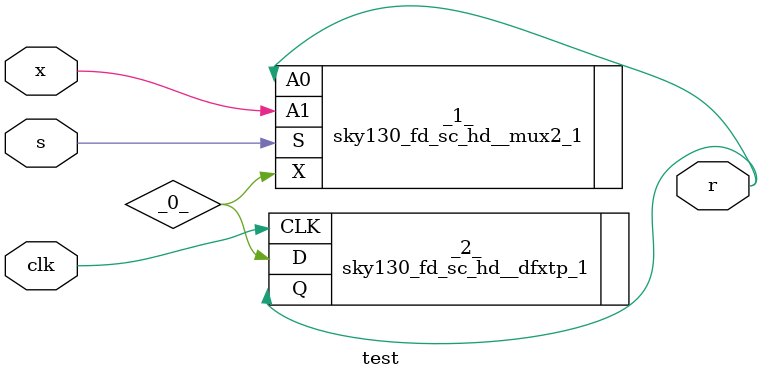
<source format=v>
/* Generated by Yosys 0.13 (git sha1 UNKNOWN, clang 13.0.0 -fPIC -Os) */

module test(x, s, clk, r);
  wire _0_;
  input clk;
  output r;
  input s;
  input x;
  sky130_fd_sc_hd__mux2_1 _1_ (
    .A0(r),
    .A1(x),
    .S(s),
    .X(_0_)
  );
  sky130_fd_sc_hd__dfxtp_1 _2_ (
    .CLK(clk),
    .D(_0_),
    .Q(r)
  );
endmodule

</source>
